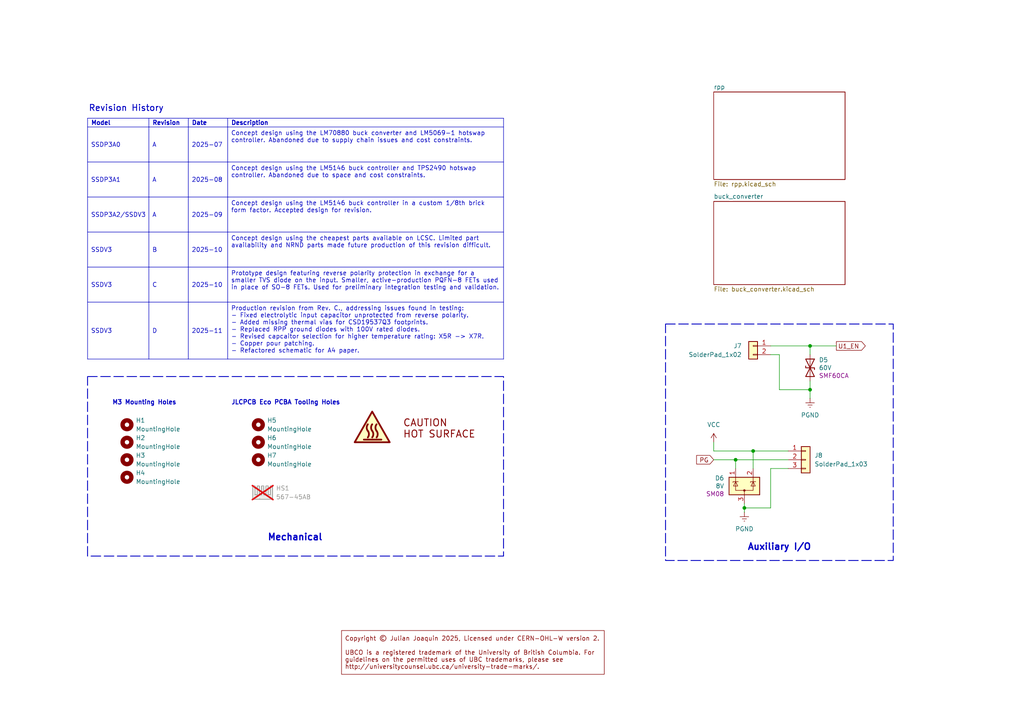
<source format=kicad_sch>
(kicad_sch (version 20250114) (generator "eeschema") (generator_version "9.0")
  (paper "A4")
  (title_block (title "Super Step Down V3") (date "2025-11-08") (rev "D") (company "UBCO Aerospace Club") (comment 1 "Author(s): Julian Joaquin") (comment 4 "A 12S battery eliminator circuit (BEC) for UAS applications."))
  (lib_symbols
    (symbol "Connector_Generic:Conn_01x02" (pin_names (offset 1.016) (hide yes))
      (property "Reference" "J" (at 0 2.54 0))
      (property "Value" "Conn_01x02" (at 0 -5.08 0))
      (symbol "Conn_01x02_1_1"
        (rectangle (start -1.27 1.27) (end 1.27 -3.81) (stroke (width 0.254)) (fill (type background)))
        (rectangle (start -1.27 0.127) (end 0 -0.127) (stroke (width 0.1524)))
        (rectangle (start -1.27 -2.413) (end 0 -2.667) (stroke (width 0.1524)))
        (pin passive line (at -5.08 0 0) (length 3.81) (name "Pin_1") (number "1"))
        (pin passive line (at -5.08 -2.54 0) (length 3.81) (name "Pin_2") (number "2"))
      )
    )
    (symbol "Connector_Generic:Conn_01x03" (pin_names (offset 1.016) (hide yes))
      (property "Reference" "J" (at 0 5.08 0))
      (property "Value" "Conn_01x03" (at 0 -5.08 0))
      (symbol "Conn_01x03_1_1"
        (rectangle (start -1.27 3.81) (end 1.27 -3.81) (stroke (width 0.254)) (fill (type background)))
        (rectangle (start -1.27 2.667) (end 0 2.413) (stroke (width 0.1524)))
        (rectangle (start -1.27 0.127) (end 0 -0.127) (stroke (width 0.1524)))
        (rectangle (start -1.27 -2.413) (end 0 -2.667) (stroke (width 0.1524)))
        (pin passive line (at -5.08 2.54 0) (length 3.81) (name "Pin_1") (number "1"))
        (pin passive line (at -5.08 0 0) (length 3.81) (name "Pin_2") (number "2"))
        (pin passive line (at -5.08 -2.54 0) (length 3.81) (name "Pin_3") (number "3"))
      )
    )
    (symbol "Device:D_TVS" (pin_numbers (hide yes)) (pin_names (offset 1.016) (hide yes))
      (property "Reference" "D" (at 0 2.54 0))
      (property "Value" "D_TVS" (at 0 -2.54 0))
      (symbol "D_TVS_0_1"
        (polyline (pts (xy -2.54 1.27) (xy -2.54 -1.27) (xy 2.54 1.27) (xy 2.54 -1.27) (xy -2.54 1.27)) (stroke (width 0.254)))
        (polyline (pts (xy 0.508 1.27) (xy 0 1.27) (xy 0 -1.27) (xy -0.508 -1.27)) (stroke (width 0.254)))
        (polyline (pts (xy 1.27 0) (xy -1.27 0)))
      )
      (symbol "D_TVS_1_1"
        (pin passive line (at -3.81 0 0) (length 2.54) (name "A1") (number "1"))
        (pin passive line (at 3.81 0 180) (length 2.54) (name "A2") (number "2"))
      )
    )
    (symbol "Graphic:SYM_Hot_Large" (on_board no)
      (symbol "SYM_Hot_Large_0_1"
        (polyline (pts (xy -5.08 -5.08) (xy 5.08 -5.08) (xy 0 3.81) (xy -5.08 -5.08)) (stroke (width 0.508)) (fill (type background)))
        (arc (start -1.27 -1.778) (mid -0.9449 -2.7305) (end -1.27 -3.683) (stroke (width 0.508)))
        (polyline (pts (xy -2.413 -4.318) (xy 2.667 -4.318)) (stroke (width 0.508)))
        (arc (start 0 -1.778) (mid 0.3251 -2.7305) (end 0 -3.683) (stroke (width 0.508)))
        (arc (start -1.27 -1.778) (mid -1.5951 -0.8255) (end -1.27 0.127) (stroke (width 0.508)))
        (arc (start 1.27 -1.778) (mid 1.5951 -2.7305) (end 1.27 -3.683) (stroke (width 0.508)))
        (arc (start 0 -1.778) (mid -0.3251 -0.8255) (end 0 0.127) (stroke (width 0.508)))
        (arc (start 1.27 -1.778) (mid 0.9449 -0.8255) (end 1.27 0.127) (stroke (width 0.508)))
      )
    )
    (symbol "Mechanical:Heatsink" (pin_names (offset 1.016)) (exclude_from_sim yes)
      (property "Reference" "HS" (at 0 5.08 0))
      (property "Value" "Heatsink" (at 0 -1.27 0))
      (symbol "Heatsink_0_1"
        (polyline (pts (xy -0.3302 1.27) (xy -0.9652 1.27) (xy -0.9652 3.81) (xy -1.6002 3.81) (xy -1.6002 1.27) (xy -2.2352 1.27) (xy -2.2352 3.81) (xy -2.8702 3.81) (xy -2.8702 0) (xy -0.9652 0)) (stroke (width 0.254)) (fill (type background)))
        (polyline (pts (xy -0.3302 1.27) (xy -0.3302 3.81) (xy 0.3048 3.81) (xy 0.3048 1.27) (xy 0.9398 1.27) (xy 0.9398 3.81) (xy 1.5748 3.81) (xy 1.5748 1.27) (xy 2.2098 1.27) (xy 2.2098 3.81) (xy 2.8448 3.81) (xy 2.8448 0) (xy -0.9652 0)) (stroke (width 0.254)) (fill (type background)))
      )
    )
    (symbol "Mechanical:MountingHole" (pin_names (offset 1.016)) (exclude_from_sim yes) (in_bom no)
      (property "Reference" "H" (at 0 5.08 0))
      (property "Value" "MountingHole" (at 0 3.175 0))
      (symbol "MountingHole_0_1"
        (circle (center 0 0) (radius 1.27) (stroke (width 1.27)))
      )
    )
    (symbol "Power_Protection:ESDA5V3L" (pin_names (hide yes))
      (property "Reference" "D" (at 5.715 2.54 0))
      (property "Value" "ESDA5V3L" (at 5.715 0.635 0))
      (symbol "ESDA5V3L_0_0"
        (pin passive line (at 0 -5.08 90) (length 2.54) (name "A") (number "3"))
      )
      (symbol "ESDA5V3L_0_1"
        (rectangle (start -4.445 2.54) (end 4.445 -2.54) (stroke (width 0.254)) (fill (type background)))
        (polyline (pts (xy -3.302 1.016) (xy -3.302 1.27) (xy -1.905 1.27) (xy -1.778 1.27)))
        (polyline (pts (xy -2.54 2.54) (xy -2.54 1.27)))
        (polyline (pts (xy -2.54 1.27) (xy -2.54 -1.27) (xy 2.54 -1.27) (xy 2.54 1.27)))
        (polyline (pts (xy -2.54 1.27) (xy -1.905 0) (xy -3.175 0) (xy -2.54 1.27)))
        (polyline (pts (xy 0 -1.27) (xy 0 -2.54)))
        (circle (center 0 -1.27) (radius 0.254) (fill (type outline)))
        (polyline (pts (xy 1.778 1.016) (xy 1.778 1.27) (xy 3.175 1.27) (xy 3.302 1.27)))
        (polyline (pts (xy 2.54 2.54) (xy 2.54 1.27)))
        (polyline (pts (xy 2.54 1.27) (xy 1.905 0) (xy 3.175 0) (xy 2.54 1.27)))
      )
      (symbol "ESDA5V3L_1_1"
        (pin passive line (at -2.54 5.08 270) (length 2.54) (name "K") (number "1"))
        (pin passive line (at 2.54 5.08 270) (length 2.54) (name "K") (number "2"))
      )
    )
    (symbol "power:Earth" (power) (pin_numbers (hide yes)) (pin_names (offset 0) (hide yes))
      (property "Value" "Earth" (at 0 -3.81 0))
      (symbol "Earth_0_1"
        (polyline (pts (xy -0.635 -1.905) (xy 0.635 -1.905)))
        (polyline (pts (xy -0.127 -2.54) (xy 0.127 -2.54)))
        (polyline (pts (xy 0 -1.27) (xy 0 0)))
        (polyline (pts (xy 1.27 -1.27) (xy -1.27 -1.27)))
      )
      (symbol "Earth_1_1"
        (pin power_in line (at 0 0 270) (length 0) (name "~") (number "1"))
      )
    )
    (symbol "power:VCC" (power) (pin_numbers (hide yes)) (pin_names (offset 0) (hide yes))
      (property "Value" "VCC" (at 0 3.556 0))
      (symbol "VCC_0_1"
        (polyline (pts (xy -0.762 1.27) (xy 0 2.54)))
        (polyline (pts (xy 0 2.54) (xy 0.762 1.27)))
        (polyline (pts (xy 0 0) (xy 0 2.54)))
      )
      (symbol "VCC_1_1"
        (pin power_in line (at 0 0 90) (length 0) (name "~") (number "1"))
      )
    )
  )
  (rectangle (start 193.04 93.98) (end 259.08 162.56) (stroke (width 0.254) (type dash)))
  (rectangle (start 25.4 109.22) (end 146.05 161.29) (stroke (width 0.254) (type dash)))
  (text "M3 Mounting Holes" (at 32.512 116.84 0) (effects (font (size 1.27 1.27) (thickness 0.254) (bold yes)) (justify left)))
  (text "Auxiliary I/O" (at 226.06 158.75 0) (effects (font (size 1.8796 1.8796) (thickness 0.3759) (bold yes))))
  (text "CAUTION\nHOT SURFACE" (at 116.84 124.46 0) (effects (font (size 2.032 2.032) (thickness 0.254) (bold yes)) (justify left)))
  (text "Revision History" (at 25.654 31.496 0) (effects (font (size 1.778 1.778) (thickness 0.254) (bold yes)) (justify left)))
  (text "JLCPCB Eco PCBA Tooling Holes" (at 67.056 116.84 0) (effects (font (size 1.27 1.27) (thickness 0.254) (bold yes)) (justify left)))
  (text "Mechanical" (at 85.598 155.956 0) (effects (font (size 1.8796 1.8796) (thickness 0.3759) (bold yes))))
  (text_box "Copyright © Julian Joaquin 2025, Licensed under CERN-OHL-W version 2.\n\nUBCO is a registered trademark of the University of British Columbia. For guidelines on the permitted uses of UBC trademarks, please see http://universitycounsel.ubc.ca/university-trade-marks/." (at 99.06 182.88 0) (size 76.2 12.7) (margins 0.9525 0.9525 0.9525 0.9525) (stroke (width 0) (color 132 0 0 1)) (effects (font (size 1.27 1.27)) (justify left)))
  (junction (at 234.95 113.03))
  (junction (at 218.44 130.81))
  (junction (at 234.95 100.33))
  (junction (at 213.36 133.35))
  (junction (at 215.9 147.32))
  (wire (pts (xy 242.57 100.33) (xy 234.95 100.33)))
  (wire (pts (xy 218.44 130.81) (xy 228.6 130.81)))
  (wire (pts (xy 234.95 100.33) (xy 234.95 102.87)))
  (wire (pts (xy 213.36 133.35) (xy 228.6 133.35)))
  (wire (pts (xy 226.06 102.87) (xy 223.52 102.87)))
  (wire (pts (xy 223.52 147.32) (xy 223.52 135.89)))
  (wire (pts (xy 207.01 133.35) (xy 213.36 133.35)))
  (wire (pts (xy 207.01 130.81) (xy 218.44 130.81)))
  (wire (pts (xy 215.9 147.32) (xy 215.9 148.59)))
  (wire (pts (xy 215.9 147.32) (xy 223.52 147.32)))
  (wire (pts (xy 218.44 130.81) (xy 218.44 135.89)))
  (wire (pts (xy 226.06 113.03) (xy 226.06 102.87)))
  (wire (pts (xy 215.9 146.05) (xy 215.9 147.32)))
  (wire (pts (xy 234.95 110.49) (xy 234.95 113.03)))
  (wire (pts (xy 223.52 135.89) (xy 228.6 135.89)))
  (wire (pts (xy 234.95 113.03) (xy 226.06 113.03)))
  (wire (pts (xy 213.36 133.35) (xy 213.36 135.89)))
  (wire (pts (xy 207.01 130.81) (xy 207.01 128.27)))
  (wire (pts (xy 234.95 113.03) (xy 234.95 115.57)))
  (wire (pts (xy 234.95 100.33) (xy 223.52 100.33)))
  (table (column_count 4) (border (external yes) (header yes) (stroke (width 0.127))) (separators (rows yes) (cols yes) (stroke (width 0.127))) (column_widths 17.78 11.43 11.43 80.01) (row_heights 2.54 10.16 10.16 10.16 10.16 10.16 16.51) (cells (table_cell "Model" (at 25.4 34.29 0) (size 17.78 2.54) (margins 0.9525 0.9525 0.9525 0.9525) (span 1 1)) (table_cell "Revision" (at 43.18 34.29 0) (size 11.43 2.54) (margins 0.9525 0.9525 0.9525 0.9525) (span 1 1)) (table_cell "Date" (at 54.61 34.29 0) (size 11.43 2.54) (margins 0.9525 0.9525 0.9525 0.9525) (span 1 1)) (table_cell "Description" (at 66.04 34.29 0) (size 80.01 2.54) (margins 0.9525 0.9525 0.9525 0.9525) (span 1 1)) (table_cell "SSDP3A0" (at 25.4 36.83 0) (size 17.78 10.16) (margins 0.9525 0.9525 0.9525 0.9525) (span 1 1)) (table_cell "A" (at 43.18 36.83 0) (size 11.43 10.16) (margins 0.9525 0.9525 0.9525 0.9525) (span 1 1)) (table_cell "2025-07" (at 54.61 36.83 0) (size 11.43 10.16) (margins 0.9525 0.9525 0.9525 0.9525) (span 1 1)) (table_cell "Concept design using the LM70880 buck converter and LM5069-1 hotswap controller. Abandoned due to supply chain issues and cost constraints." (at 66.04 36.83 0) (size 80.01 10.16) (margins 0.9525 0.9525 0.9525 0.9525) (span 1 1)) (table_cell "SSDP3A1" (at 25.4 46.99 0) (size 17.78 10.16) (margins 0.9525 0.9525 0.9525 0.9525) (span 1 1)) (table_cell "A" (at 43.18 46.99 0) (size 11.43 10.16) (margins 0.9525 0.9525 0.9525 0.9525) (span 1 1)) (table_cell "2025-08" (at 54.61 46.99 0) (size 11.43 10.16) (margins 0.9525 0.9525 0.9525 0.9525) (span 1 1)) (table_cell "Concept design using the LM5146 buck controller and TPS2490 hotswap controller. Abandoned due to space and cost constraints." (at 66.04 46.99 0) (size 80.01 10.16) (margins 0.9525 0.9525 0.9525 0.9525) (span 1 1)) (table_cell "SSDP3A2/SSDV3" (at 25.4 57.15 0) (size 17.78 10.16) (margins 0.9525 0.9525 0.9525 0.9525) (span 1 1)) (table_cell "A" (at 43.18 57.15 0) (size 11.43 10.16) (margins 0.9525 0.9525 0.9525 0.9525) (span 1 1)) (table_cell "2025-09" (at 54.61 57.15 0) (size 11.43 10.16) (margins 0.9525 0.9525 0.9525 0.9525) (span 1 1)) (table_cell "Concept design using the LM5146 buck controller in a custom 1/8th brick form factor. Accepted design for revision." (at 66.04 57.15 0) (size 80.01 10.16) (margins 0.9525 0.9525 0.9525 0.9525) (span 1 1)) (table_cell "SSDV3" (at 25.4 67.31 0) (size 17.78 10.16) (margins 0.9525 0.9525 0.9525 0.9525) (span 1 1)) (table_cell "B" (at 43.18 67.31 0) (size 11.43 10.16) (margins 0.9525 0.9525 0.9525 0.9525) (span 1 1)) (table_cell "2025-10" (at 54.61 67.31 0) (size 11.43 10.16) (margins 0.9525 0.9525 0.9525 0.9525) (span 1 1)) (table_cell "Concept design using the cheapest parts available on LCSC. Limited part availability and NRND parts made future production of this revision difficult." (at 66.04 67.31 0) (size 80.01 10.16) (margins 0.9525 0.9525 0.9525 0.9525) (span 1 1)) (table_cell "SSDV3" (at 25.4 77.47 0) (size 17.78 10.16) (margins 0.9525 0.9525 0.9525 0.9525) (span 1 1)) (table_cell "C" (at 43.18 77.47 0) (size 11.43 10.16) (margins 0.9525 0.9525 0.9525 0.9525) (span 1 1)) (table_cell "2025-10" (at 54.61 77.47 0) (size 11.43 10.16) (margins 0.9525 0.9525 0.9525 0.9525) (span 1 1)) (table_cell "Prototype design featuring reverse polarity protection in exchange for a smaller TVS diode on the input. Smaller, active-production PQFN-8 FETs used in place of SO-8 FETs. Used for preliminary integration testing and validation." (at 66.04 77.47 0) (size 80.01 10.16) (margins 0.9525 0.9525 0.9525 0.9525) (span 1 1)) (table_cell "SSDV3" (at 25.4 87.63 0) (size 17.78 16.51) (margins 0.9525 0.9525 0.9525 0.9525) (span 1 1)) (table_cell "D" (at 43.18 87.63 0) (size 11.43 16.51) (margins 0.9525 0.9525 0.9525 0.9525) (span 1 1)) (table_cell "2025-11" (at 54.61 87.63 0) (size 11.43 16.51) (margins 0.9525 0.9525 0.9525 0.9525) (span 1 1)) (table_cell "Production revision from Rev. C., addressing issues found in testing:\n- Fixed electrolytic input capacitor unprotected from reverse polarity.\n- Added missing thermal vias for CSD19537Q3 footprints.\n- Replaced RPP ground diodes with 100V rated diodes.\n- Revised capcaitor selection for higher temperature rating: X5R -> X7R.\n- Copper pour patching.\n- Refactored schematic for A4 paper." (at 66.04 87.63 0) (size 80.01 16.51) (margins 0.9525 0.9525 0.9525 0.9525) (span 1 1))))
  (global_label "U1_EN" (shape output) (at 242.57 100.33 0) (property "Intersheetrefs" "${INTERSHEET_REFS}" (effects (hide yes))))
  (global_label "PG" (shape input) (at 207.01 133.35 180) (property "Intersheetrefs" "${INTERSHEET_REFS}" (effects (hide yes))))
  (symbol (lib_id "Mechanical:MountingHole") (at 36.83 123.19 0) (unit 1) (exclude_from_sim yes) (in_bom no)
    (property "Reference" "H1" (at 39.37 121.92 0) (effects (justify left)))
    (property "Value" "MountingHole" (at 39.37 124.46 0) (effects (justify left)))
    (property "Footprint" "MountingHole:MountingHole_3.2mm_M3_ISO7380" (effects (hide yes)))
    (property "Description" "Mounting Hole without connection" (effects (hide yes)))
  )
  (symbol (lib_id "Mechanical:MountingHole") (at 74.93 133.35 0) (unit 1) (exclude_from_sim yes) (in_bom no)
    (property "Reference" "H7" (at 77.47 132.08 0) (effects (justify left)))
    (property "Value" "MountingHole" (at 77.47 134.62 0) (effects (justify left)))
    (property "Footprint" "MountingHole:ToolingHole_1.152mm" (effects (hide yes)))
    (property "Description" "Mounting Hole without connection" (effects (hide yes)))
  )
  (symbol (lib_id "power:VCC") (at 207.01 128.27 0) (unit 1)
    (property "Reference" "#PWR030" (effects (hide yes)))
    (property "Value" "VCC" (at 207.01 123.19 0))
    (property "Description" "Power symbol creates a global label with name \"VCC\"" (effects (hide yes)))
  )
  (symbol (lib_id "Mechanical:MountingHole") (at 74.93 128.27 0) (unit 1) (exclude_from_sim yes) (in_bom no)
    (property "Reference" "H6" (at 77.47 127 0) (effects (justify left)))
    (property "Value" "MountingHole" (at 77.47 129.54 0) (effects (justify left)))
    (property "Footprint" "MountingHole:ToolingHole_1.152mm" (effects (hide yes)))
    (property "Description" "Mounting Hole without connection" (effects (hide yes)))
  )
  (symbol (lib_id "power:Earth") (at 234.95 115.57 0) (mirror y) (unit 1)
    (property "Reference" "#PWR027" (effects (hide yes)))
    (property "Value" "PGND" (at 234.95 120.396 0))
    (property "Description" "Power symbol creates a global label with name \"Earth\"" (effects (hide yes)))
  )
  (symbol (lib_id "power:Earth") (at 215.9 148.59 0) (unit 1)
    (property "Reference" "#PWR025" (effects (hide yes)))
    (property "Value" "PGND" (at 215.9 153.416 0))
    (property "Description" "Power symbol creates a global label with name \"Earth\"" (effects (hide yes)))
  )
  (symbol (lib_id "Mechanical:MountingHole") (at 36.83 128.27 0) (unit 1) (exclude_from_sim yes) (in_bom no)
    (property "Reference" "H2" (at 39.37 127 0) (effects (justify left)))
    (property "Value" "MountingHole" (at 39.37 129.54 0) (effects (justify left)))
    (property "Footprint" "MountingHole:MountingHole_3.2mm_M3_ISO7380" (effects (hide yes)))
    (property "Description" "Mounting Hole without connection" (effects (hide yes)))
  )
  (symbol (lib_id "Mechanical:MountingHole") (at 36.83 138.43 0) (unit 1) (exclude_from_sim yes) (in_bom no)
    (property "Reference" "H4" (at 39.37 137.16 0) (effects (justify left)))
    (property "Value" "MountingHole" (at 39.37 139.7 0) (effects (justify left)))
    (property "Footprint" "MountingHole:MountingHole_3.2mm_M3_ISO7380" (effects (hide yes)))
    (property "Description" "Mounting Hole without connection" (effects (hide yes)))
  )
  (symbol (lib_id "Mechanical:MountingHole") (at 36.83 133.35 0) (unit 1) (exclude_from_sim yes) (in_bom no)
    (property "Reference" "H3" (at 39.37 132.08 0) (effects (justify left)))
    (property "Value" "MountingHole" (at 39.37 134.62 0) (effects (justify left)))
    (property "Footprint" "MountingHole:MountingHole_3.2mm_M3_ISO7380" (effects (hide yes)))
    (property "Description" "Mounting Hole without connection" (effects (hide yes)))
  )
  (symbol (lib_id "Mechanical:Heatsink") (at 76.2 144.78 0) (unit 1) (exclude_from_sim yes) (in_bom no) (on_board no) (dnp yes)
    (property "Reference" "HS1" (at 80.01 141.605 0) (effects (justify left)))
    (property "Value" "567-45AB" (at 80.01 144.145 0) (effects (justify left)))
    (property "Description" "567-45AB" (effects (hide yes)))
    (property "Manufacturer" "Wakefield-Vette" (effects (hide yes)))
  )
  (symbol (lib_id "Connector_Generic:Conn_01x03") (at 233.68 133.35 0) (unit 1) (in_bom no)
    (property "Reference" "J8" (at 236.22 132.08 0) (effects (justify left)))
    (property "Value" "SolderPad_1x03" (at 236.22 134.62 0) (effects (justify left)))
    (property "Footprint" "Connector_Pad:SolderWirePad_1x03_SMD_1.5x2mm" (effects (hide yes)))
    (property "Description" "SolderPad 1x03" (effects (hide yes)))
  )
  (symbol (lib_id "Mechanical:MountingHole") (at 74.93 123.19 0) (unit 1) (exclude_from_sim yes) (in_bom no)
    (property "Reference" "H5" (at 77.47 121.92 0) (effects (justify left)))
    (property "Value" "MountingHole" (at 77.47 124.46 0) (effects (justify left)))
    (property "Footprint" "MountingHole:ToolingHole_1.152mm" (effects (hide yes)))
    (property "Description" "Mounting Hole without connection" (effects (hide yes)))
  )
  (symbol (lib_id "Device:D_TVS") (at 234.95 106.68 270) (unit 1)
    (property "Reference" "D5" (at 237.49 104.394 90) (effects (justify left)))
    (property "Value" "60V" (at 237.49 106.68 90) (effects (justify left)))
    (property "Footprint" "Diode_SMD:D_SMF" (effects (hide yes)))
    (property "Datasheet" "https://jlcpcb.com/api/file/downloadByFileSystemAccessId/8564881124892696576" (effects (hide yes)))
    (property "Description" "DIODE TVS 60V BI SOD-123FL" (effects (hide yes)))
    (property "Part Number" "SMF60CA" (at 237.49 108.966 90) (effects (justify left)))
    (property "FT Rotation Offset" "0" (effects (hide yes)))
    (property "LCSC PN" "C41376092" (effects (hide yes)))
    (property "Part Type" "Preferred Extended" (effects (hide yes)))
    (property "Voltage" "60V" (effects (hide yes)))
    (property "Power" "200W" (effects (hide yes)))
    (property "Manufacturer" "Zhuhai Hongjiacheng" (effects (hide yes)))
  )
  (symbol (lib_id "Power_Protection:ESDA5V3L") (at 215.9 140.97 0) (unit 1)
    (property "Reference" "D6" (at 210.058 138.684 0) (effects (justify right)))
    (property "Value" "8V" (at 210.058 140.97 0) (effects (justify right)))
    (property "Footprint" "Package_TO_SOT_SMD:SOT-23-3" (effects (hide yes)))
    (property "Datasheet" "https://jlcpcb.com/api/file/downloadByFileSystemAccessId/8604441956051673088" (effects (hide yes)))
    (property "Description" "DIODE TVS DUAL 8V UNI SOT-23" (effects (hide yes)))
    (property "Part Number" "SM08" (at 210.058 143.256 0) (effects (justify right)))
    (property "FT Rotation Offset" "0" (effects (hide yes)))
    (property "LCSC PN" "C42413902" (effects (hide yes)))
    (property "Part Type" "Preferred Extended" (effects (hide yes)))
    (property "Voltage" "8V" (effects (hide yes)))
    (property "Power" "350W" (effects (hide yes)))
    (property "Manufacturer" "Zhuhai Hongjiacheng" (effects (hide yes)))
  )
  (symbol (lib_id "Graphic:SYM_Hot_Large") (at 107.95 123.19 0) (unit 1) (exclude_from_sim yes) (in_bom no) (on_board no)
    (property "Reference" "#SYM1" (effects (hide yes)))
    (property "Value" "SYM_Hot_Large" (effects (hide yes)))
    (property "Description" "Hot surface warning symbol, large" (effects (hide yes)))
  )
  (symbol (lib_id "Connector_Generic:Conn_01x02") (at 218.44 100.33 0) (mirror y) (unit 1) (in_bom no)
    (property "Reference" "J7" (at 215.138 100.33 0) (effects (justify left)))
    (property "Value" "SolderPad_1x02" (at 215.138 102.87 0) (effects (justify left)))
    (property "Footprint" "Connector_Pad:SolderWirePad_1x02_SMD_1.5x2mm" (effects (hide yes)))
    (property "Description" "Generic connector, single row, 01x02, script generated (kicad-library-utils/schlib/autogen/connector/)" (effects (hide yes)))
  )
  (sheet (at 207.01 26.67) (size 38.1 25.4) (stroke (width 0.1524))
    (property "Sheetname" "rpp" (at 207.01 25.9584 0) (effects (justify left bottom)))
    (property "Sheetfile" "rpp.kicad_sch" (at 207.01 52.6546 0) (effects (justify left top)))
  )
  (sheet (at 207.01 58.42) (size 38.1 24.13) (stroke (width 0.1524))
    (property "Sheetname" "buck_converter" (at 207.01 57.7084 0) (effects (justify left bottom)))
    (property "Sheetfile" "buck_converter.kicad_sch" (at 207.01 83.1346 0) (effects (justify left top)))
  )
)
</source>
